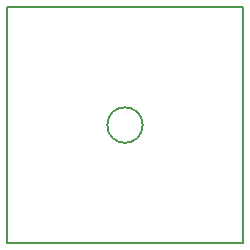
<source format=gko>
G04 #@! TF.FileFunction,Profile,NP*
%FSLAX46Y46*%
G04 Gerber Fmt 4.6, Leading zero omitted, Abs format (unit mm)*
G04 Created by KiCad (PCBNEW 4.0.1-stable) date 2015/12/22 4:50:12*
%MOMM*%
G01*
G04 APERTURE LIST*
%ADD10C,0.100000*%
%ADD11C,0.150000*%
G04 APERTURE END LIST*
D10*
D11*
X211500000Y-148500000D02*
G75*
G03X211500000Y-148500000I-1500000J0D01*
G01*
X220000000Y-138500000D02*
X200000000Y-138500000D01*
X220000000Y-158500000D02*
X220000000Y-138500000D01*
X200000000Y-158500000D02*
X220000000Y-158500000D01*
X200000000Y-138500000D02*
X200000000Y-158500000D01*
M02*

</source>
